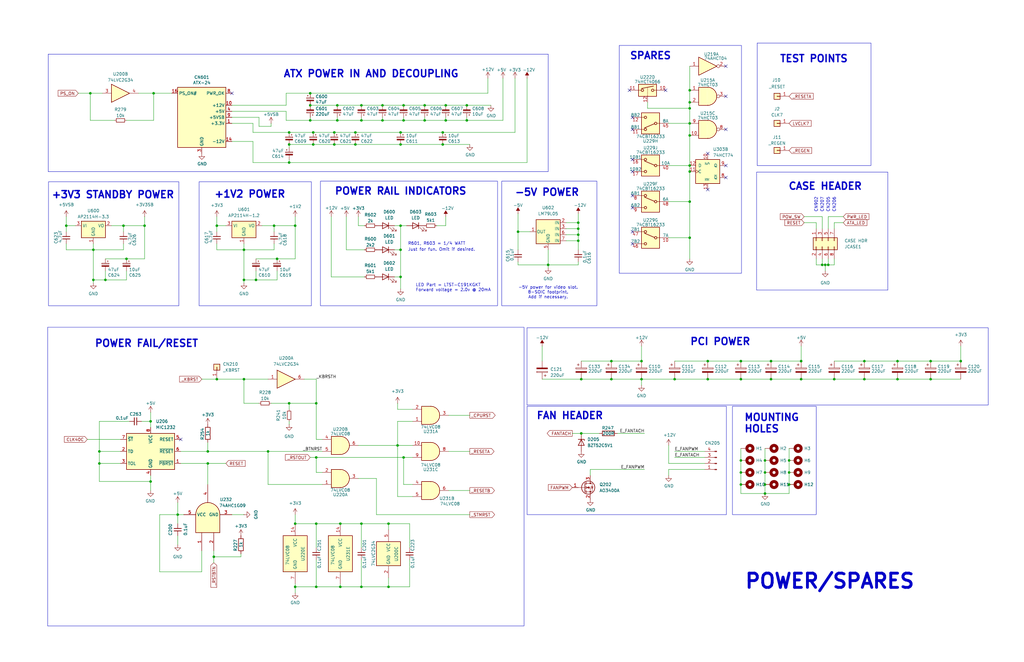
<source format=kicad_sch>
(kicad_sch (version 20231120) (generator "eeschema") (generator_version "8.0")
  (paper "B")
  (title_block (title "AMIGA PCI") (date "2025-05-24") (rev "6.0"))
  (junction (at 290.83 38.1))
  (junction (at 187.96 50.8))
  (junction (at 290.83 57.15))
  (junction (at 349.25 111.76))
  (junction (at 243.84 101.6))
  (junction (at 121.92 170.18))
  (junction (at 243.84 96.52))
  (junction (at 290.83 69.85))
  (junction (at 322.58 208.28))
  (junction (at 133.35 170.18))
  (junction (at 87.63 195.58))
  (junction (at 270.51 152.4))
  (junction (at 140.97 55.88))
  (junction (at 170.18 193.04))
  (junction (at 298.45 152.4))
  (junction (at 44.45 118.11))
  (junction (at 167.64 187.96))
  (junction (at 298.45 160.02))
  (junction (at 142.24 50.8))
  (junction (at 41.91 190.5))
  (junction (at 41.91 195.58))
  (junction (at 63.5 203.2))
  (junction (at 87.63 190.5))
  (junction (at 168.91 60.96))
  (junction (at 102.87 105.41))
  (junction (at 257.81 160.02))
  (junction (at 39.37 105.41))
  (junction (at 130.81 50.8))
  (junction (at 140.97 60.96))
  (junction (at 312.42 194.31))
  (junction (at 290.83 52.07))
  (junction (at 270.51 160.02))
  (junction (at 245.11 182.88))
  (junction (at 168.91 95.25))
  (junction (at 142.24 44.45))
  (junction (at 152.4 50.8))
  (junction (at 161.29 44.45))
  (junction (at 392.43 152.4))
  (junction (at 290.83 43.18))
  (junction (at 170.18 44.45))
  (junction (at 332.74 199.39))
  (junction (at 124.46 95.25))
  (junction (at 168.91 105.41))
  (junction (at 312.42 160.02))
  (junction (at 187.96 44.45))
  (junction (at 39.37 118.11))
  (junction (at 143.51 220.98))
  (junction (at 152.4 44.45))
  (junction (at 243.84 99.06))
  (junction (at 322.58 204.47))
  (junction (at 130.81 39.37))
  (junction (at 218.44 97.79))
  (junction (at 312.42 152.4))
  (junction (at 168.91 116.84))
  (junction (at 196.85 44.45))
  (junction (at 186.69 60.96))
  (junction (at 116.84 109.22))
  (junction (at 124.46 220.98))
  (junction (at 186.69 55.88))
  (junction (at 113.03 190.5))
  (junction (at 364.49 152.4))
  (junction (at 346.71 111.76))
  (junction (at 133.35 193.04))
  (junction (at 351.79 160.02))
  (junction (at 332.74 194.31))
  (junction (at 63.5 177.8))
  (junction (at 170.18 50.8))
  (junction (at 325.12 152.4))
  (junction (at 53.34 109.22))
  (junction (at 132.08 60.96))
  (junction (at 132.08 55.88))
  (junction (at 290.83 72.39))
  (junction (at 179.07 50.8))
  (junction (at 38.1 39.37))
  (junction (at 121.92 68.58))
  (junction (at 378.46 160.02))
  (junction (at 91.44 95.25))
  (junction (at 133.35 220.98))
  (junction (at 163.83 220.98))
  (junction (at 179.07 44.45))
  (junction (at 102.87 118.11))
  (junction (at 115.57 95.25))
  (junction (at 130.81 44.45))
  (junction (at 121.92 60.96))
  (junction (at 378.46 152.4))
  (junction (at 121.92 55.88))
  (junction (at 143.51 247.65))
  (junction (at 245.11 160.02))
  (junction (at 149.86 60.96))
  (junction (at 290.83 45.72))
  (junction (at 64.77 39.37))
  (junction (at 27.94 95.25))
  (junction (at 52.07 95.25))
  (junction (at 332.74 204.47))
  (junction (at 149.86 55.88))
  (junction (at 133.35 247.65))
  (junction (at 168.91 55.88))
  (junction (at 347.98 111.76))
  (junction (at 337.82 160.02))
  (junction (at 337.82 152.4))
  (junction (at 163.83 247.65))
  (junction (at 196.85 50.8))
  (junction (at 124.46 247.65))
  (junction (at 312.42 199.39))
  (junction (at 152.4 247.65))
  (junction (at 312.42 204.47))
  (junction (at 90.17 234.95))
  (junction (at 405.13 152.4))
  (junction (at 60.96 95.25))
  (junction (at 322.58 194.31))
  (junction (at 284.48 160.02))
  (junction (at 290.83 85.09))
  (junction (at 364.49 160.02))
  (junction (at 152.4 220.98))
  (junction (at 74.93 217.17))
  (junction (at 231.14 111.76))
  (junction (at 325.12 160.02))
  (junction (at 290.83 100.33))
  (junction (at 392.43 160.02))
  (junction (at 91.44 160.02))
  (junction (at 102.87 160.02))
  (junction (at 107.95 118.11))
  (junction (at 243.84 93.98))
  (junction (at 257.81 152.4))
  (junction (at 161.29 50.8))
  (junction (at 322.58 199.39))
  (no_connect (at 280.67 38.1))
  (no_connect (at 266.7 54.61))
  (no_connect (at 266.7 49.53))
  (no_connect (at 306.07 54.61))
  (no_connect (at 266.7 87.63))
  (no_connect (at 266.7 97.79))
  (no_connect (at 298.45 64.77))
  (no_connect (at 306.07 40.64))
  (no_connect (at 76.2 185.42))
  (no_connect (at 266.7 82.55))
  (no_connect (at 298.45 80.01))
  (no_connect (at 306.07 69.85))
  (no_connect (at 306.07 74.93))
  (no_connect (at 266.7 72.39))
  (no_connect (at 266.7 67.31))
  (no_connect (at 97.79 39.37))
  (no_connect (at 306.07 27.94))
  (no_connect (at 265.43 38.1))
  (no_connect (at 266.7 102.87))
  (wire (pts (xy 142.24 50.8) (xy 152.4 50.8)))
  (wire (pts (xy 102.87 118.11) (xy 107.95 118.11)))
  (wire (pts (xy 281.94 200.66) (xy 281.94 198.12)))
  (wire (pts (xy 167.64 187.96) (xy 167.64 209.55)))
  (wire (pts (xy 163.83 220.98) (xy 172.72 220.98)))
  (wire (pts (xy 27.94 102.87) (xy 27.94 105.41)))
  (wire (pts (xy 63.5 173.99) (xy 63.5 177.8)))
  (wire (pts (xy 74.93 217.17) (xy 77.47 217.17)))
  (wire (pts (xy 172.72 236.22) (xy 172.72 247.65)))
  (wire (pts (xy 115.57 105.41) (xy 102.87 105.41)))
  (wire (pts (xy 284.48 193.04) (xy 297.18 193.04)))
  (wire (pts (xy 179.07 44.45) (xy 187.96 44.45)))
  (wire (pts (xy 312.42 160.02) (xy 298.45 160.02)))
  (wire (pts (xy 284.48 190.5) (xy 297.18 190.5)))
  (wire (pts (xy 152.4 247.65) (xy 163.83 247.65)))
  (wire (pts (xy 325.12 160.02) (xy 312.42 160.02)))
  (wire (pts (xy 116.84 109.22) (xy 124.46 109.22)))
  (wire (pts (xy 38.1 39.37) (xy 43.18 39.37)))
  (wire (pts (xy 161.29 50.8) (xy 170.18 50.8)))
  (wire (pts (xy 151.13 91.44) (xy 151.13 95.25)))
  (wire (pts (xy 205.74 39.37) (xy 205.74 33.02)))
  (polyline (pts (xy 20.32 72.39) (xy 231.14 72.39)))
  (wire (pts (xy 351.79 152.4) (xy 364.49 152.4)))
  (wire (pts (xy 102.87 102.87) (xy 102.87 105.41)))
  (wire (pts (xy 168.91 116.84) (xy 168.91 121.92)))
  (wire (pts (xy 170.18 49.53) (xy 170.18 50.8)))
  (wire (pts (xy 130.81 44.45) (xy 142.24 44.45)))
  (wire (pts (xy 106.68 55.88) (xy 121.92 55.88)))
  (wire (pts (xy 133.35 220.98) (xy 133.35 231.14)))
  (wire (pts (xy 140.97 55.88) (xy 149.86 55.88)))
  (wire (pts (xy 273.05 45.72) (xy 290.83 45.72)))
  (wire (pts (xy 115.57 97.79) (xy 115.57 95.25)))
  (wire (pts (xy 121.92 68.58) (xy 106.68 68.58)))
  (wire (pts (xy 85.09 160.02) (xy 91.44 160.02)))
  (wire (pts (xy 58.42 39.37) (xy 64.77 39.37)))
  (wire (pts (xy 186.69 60.96) (xy 198.12 60.96)))
  (wire (pts (xy 337.82 146.05) (xy 337.82 152.4)))
  (wire (pts (xy 63.5 203.2) (xy 63.5 207.01)))
  (wire (pts (xy 135.89 199.39) (xy 133.35 199.39)))
  (wire (pts (xy 97.79 46.99) (xy 120.65 46.99)))
  (wire (pts (xy 270.51 160.02) (xy 270.51 162.56)))
  (wire (pts (xy 163.83 220.98) (xy 152.4 220.98)))
  (wire (pts (xy 290.83 27.94) (xy 290.83 38.1)))
  (wire (pts (xy 346.71 109.22) (xy 346.71 111.76)))
  (wire (pts (xy 152.4 220.98) (xy 152.4 231.14)))
  (wire (pts (xy 124.46 95.25) (xy 115.57 95.25)))
  (wire (pts (xy 312.42 194.31) (xy 312.42 189.23)))
  (wire (pts (xy 312.42 152.4) (xy 325.12 152.4)))
  (wire (pts (xy 351.79 93.98) (xy 355.6 93.98)))
  (wire (pts (xy 124.46 217.17) (xy 124.46 220.98)))
  (wire (pts (xy 196.85 44.45) (xy 207.01 44.45)))
  (wire (pts (xy 170.18 204.47) (xy 170.18 193.04)))
  (wire (pts (xy 101.6 234.95) (xy 90.17 234.95)))
  (wire (pts (xy 120.65 44.45) (xy 120.65 39.37)))
  (wire (pts (xy 53.34 109.22) (xy 60.96 109.22)))
  (wire (pts (xy 39.37 105.41) (xy 39.37 118.11)))
  (wire (pts (xy 153.67 105.41) (xy 146.05 105.41)))
  (wire (pts (xy 124.46 220.98) (xy 133.35 220.98)))
  (wire (pts (xy 102.87 160.02) (xy 113.03 160.02)))
  (wire (pts (xy 133.35 160.02) (xy 133.35 170.18)))
  (wire (pts (xy 158.75 217.17) (xy 158.75 201.93)))
  (wire (pts (xy 121.92 170.18) (xy 121.92 172.72)))
  (wire (pts (xy 151.13 187.96) (xy 167.64 187.96)))
  (wire (pts (xy 76.2 190.5) (xy 87.63 190.5)))
  (wire (pts (xy 186.69 55.88) (xy 217.17 55.88)))
  (wire (pts (xy 91.44 91.44) (xy 91.44 95.25)))
  (wire (pts (xy 27.94 105.41) (xy 39.37 105.41)))
  (wire (pts (xy 133.35 170.18) (xy 133.35 185.42)))
  (wire (pts (xy 161.29 44.45) (xy 170.18 44.45)))
  (wire (pts (xy 290.83 45.72) (xy 290.83 52.07)))
  (wire (pts (xy 344.17 109.22) (xy 344.17 111.76)))
  (wire (pts (xy 392.43 160.02) (xy 405.13 160.02)))
  (wire (pts (xy 121.92 179.07) (xy 121.92 177.8)))
  (wire (pts (xy 187.96 91.44) (xy 187.96 95.25)))
  (wire (pts (xy 238.76 96.52) (xy 243.84 96.52)))
  (wire (pts (xy 332.74 204.47) (xy 332.74 208.28)))
  (wire (pts (xy 60.96 95.25) (xy 52.07 95.25)))
  (wire (pts (xy 113.03 204.47) (xy 113.03 190.5)))
  (wire (pts (xy 231.14 111.76) (xy 243.84 111.76)))
  (wire (pts (xy 248.92 200.66) (xy 248.92 198.12)))
  (wire (pts (xy 50.8 190.5) (xy 41.91 190.5)))
  (wire (pts (xy 312.42 199.39) (xy 312.42 194.31)))
  (wire (pts (xy 41.91 190.5) (xy 41.91 195.58)))
  (wire (pts (xy 179.07 49.53) (xy 179.07 50.8)))
  (wire (pts (xy 152.4 50.8) (xy 161.29 50.8)))
  (wire (pts (xy 87.63 186.69) (xy 87.63 190.5)))
  (wire (pts (xy 53.34 114.3) (xy 53.34 118.11)))
  (wire (pts (xy 27.94 97.79) (xy 27.94 95.25)))
  (wire (pts (xy 114.3 53.34) (xy 114.3 52.07)))
  (wire (pts (xy 322.58 194.31) (xy 322.58 199.39)))
  (wire (pts (xy 27.94 91.44) (xy 27.94 95.25)))
  (wire (pts (xy 74.93 212.09) (xy 74.93 217.17)))
  (wire (pts (xy 344.17 96.52) (xy 344.17 93.98)))
  (wire (pts (xy 107.95 109.22) (xy 116.84 109.22)))
  (wire (pts (xy 270.51 146.05) (xy 270.51 152.4)))
  (wire (pts (xy 74.93 220.98) (xy 74.93 217.17)))
  (wire (pts (xy 346.71 96.52) (xy 346.71 91.44)))
  (polyline (pts (xy 20.32 22.86) (xy 20.32 72.39)))
  (wire (pts (xy 133.35 199.39) (xy 133.35 193.04)))
  (wire (pts (xy 167.64 177.8) (xy 173.99 177.8)))
  (wire (pts (xy 351.79 109.22) (xy 351.79 111.76)))
  (wire (pts (xy 222.25 33.02) (xy 222.25 68.58)))
  (wire (pts (xy 74.93 229.87) (xy 74.93 226.06)))
  (wire (pts (xy 97.79 49.53) (xy 109.22 49.53)))
  (wire (pts (xy 238.76 93.98) (xy 243.84 93.98)))
  (wire (pts (xy 161.29 49.53) (xy 161.29 50.8)))
  (wire (pts (xy 63.5 203.2) (xy 63.5 200.66)))
  (wire (pts (xy 121.92 60.96) (xy 132.08 60.96)))
  (wire (pts (xy 281.94 52.07) (xy 290.83 52.07)))
  (wire (pts (xy 173.99 172.72) (xy 167.64 172.72)))
  (wire (pts (xy 281.94 69.85) (xy 290.83 69.85)))
  (wire (pts (xy 107.95 114.3) (xy 107.95 118.11)))
  (wire (pts (xy 130.81 193.04) (xy 133.35 193.04)))
  (wire (pts (xy 41.91 177.8) (xy 41.91 190.5)))
  (wire (pts (xy 166.37 105.41) (xy 168.91 105.41)))
  (wire (pts (xy 364.49 160.02) (xy 378.46 160.02)))
  (wire (pts (xy 67.31 217.17) (xy 74.93 217.17)))
  (wire (pts (xy 187.96 50.8) (xy 196.85 50.8)))
  (wire (pts (xy 187.96 49.53) (xy 187.96 50.8)))
  (wire (pts (xy 257.81 152.4) (xy 270.51 152.4)))
  (wire (pts (xy 63.5 180.34) (xy 63.5 177.8)))
  (wire (pts (xy 158.75 201.93) (xy 151.13 201.93)))
  (wire (pts (xy 378.46 160.02) (xy 392.43 160.02)))
  (wire (pts (xy 121.92 170.18) (xy 133.35 170.18)))
  (wire (pts (xy 163.83 247.65) (xy 172.72 247.65)))
  (wire (pts (xy 284.48 152.4) (xy 298.45 152.4)))
  (wire (pts (xy 281.94 100.33) (xy 290.83 100.33)))
  (wire (pts (xy 166.37 95.25) (xy 168.91 95.25)))
  (wire (pts (xy 243.84 111.76) (xy 243.84 110.49)))
  (wire (pts (xy 130.81 49.53) (xy 130.81 50.8)))
  (wire (pts (xy 152.4 44.45) (xy 161.29 44.45)))
  (wire (pts (xy 163.83 247.65) (xy 163.83 243.84)))
  (wire (pts (xy 378.46 152.4) (xy 392.43 152.4)))
  (polyline (pts (xy 20.32 22.86) (xy 231.14 22.86)))
  (wire (pts (xy 167.64 170.18) (xy 167.64 172.72)))
  (wire (pts (xy 149.86 55.88) (xy 168.91 55.88)))
  (wire (pts (xy 102.87 105.41) (xy 102.87 118.11)))
  (wire (pts (xy 128.27 160.02) (xy 133.35 160.02)))
  (wire (pts (xy 107.95 118.11) (xy 116.84 118.11)))
  (wire (pts (xy 173.99 204.47) (xy 170.18 204.47)))
  (wire (pts (xy 284.48 160.02) (xy 270.51 160.02)))
  (wire (pts (xy 349.25 96.52) (xy 349.25 91.44)))
  (wire (pts (xy 231.14 113.03) (xy 231.14 111.76)))
  (wire (pts (xy 281.94 198.12) (xy 297.18 198.12)))
  (wire (pts (xy 152.4 49.53) (xy 152.4 50.8)))
  (wire (pts (xy 48.26 50.8) (xy 38.1 50.8)))
  (wire (pts (xy 97.79 217.17) (xy 102.87 217.17)))
  (wire (pts (xy 106.68 59.69) (xy 106.68 68.58)))
  (wire (pts (xy 238.76 101.6) (xy 243.84 101.6)))
  (wire (pts (xy 312.42 204.47) (xy 312.42 208.28)))
  (wire (pts (xy 218.44 111.76) (xy 231.14 111.76)))
  (wire (pts (xy 130.81 50.8) (xy 142.24 50.8)))
  (wire (pts (xy 133.35 236.22) (xy 133.35 247.65)))
  (wire (pts (xy 130.81 39.37) (xy 205.74 39.37)))
  (wire (pts (xy 101.6 233.68) (xy 101.6 234.95)))
  (wire (pts (xy 290.83 57.15) (xy 290.83 69.85)))
  (wire (pts (xy 332.74 194.31) (xy 332.74 199.39)))
  (wire (pts (xy 64.77 39.37) (xy 72.39 39.37)))
  (wire (pts (xy 63.5 177.8) (xy 59.69 177.8)))
  (wire (pts (xy 153.67 116.84) (xy 139.7 116.84)))
  (wire (pts (xy 132.08 60.96) (xy 140.97 60.96)))
  (wire (pts (xy 140.97 60.96) (xy 149.86 60.96)))
  (wire (pts (xy 97.79 59.69) (xy 106.68 59.69)))
  (wire (pts (xy 91.44 160.02) (xy 102.87 160.02)))
  (wire (pts (xy 392.43 152.4) (xy 405.13 152.4)))
  (wire (pts (xy 243.84 93.98) (xy 243.84 96.52)))
  (wire (pts (xy 36.83 185.42) (xy 50.8 185.42)))
  (wire (pts (xy 189.23 175.26) (xy 198.12 175.26)))
  (wire (pts (xy 218.44 105.41) (xy 218.44 97.79)))
  (wire (pts (xy 44.45 114.3) (xy 44.45 118.11)))
  (wire (pts (xy 349.25 91.44) (xy 355.6 91.44)))
  (wire (pts (xy 52.07 95.25) (xy 46.99 95.25)))
  (wire (pts (xy 349.25 111.76) (xy 347.98 111.76)))
  (wire (pts (xy 212.09 33.02) (xy 212.09 50.8)))
  (wire (pts (xy 41.91 195.58) (xy 41.91 203.2)))
  (wire (pts (xy 39.37 118.11) (xy 44.45 118.11)))
  (wire (pts (xy 85.09 232.41) (xy 85.09 241.3)))
  (wire (pts (xy 248.92 198.12) (xy 271.78 198.12)))
  (wire (pts (xy 91.44 97.79) (xy 91.44 95.25)))
  (wire (pts (xy 218.44 97.79) (xy 223.52 97.79)))
  (wire (pts (xy 217.17 33.02) (xy 217.17 55.88)))
  (wire (pts (xy 76.2 195.58) (xy 87.63 195.58)))
  (wire (pts (xy 184.15 95.25) (xy 187.96 95.25)))
  (wire (pts (xy 187.96 44.45) (xy 196.85 44.45)))
  (wire (pts (xy 170.18 50.8) (xy 179.07 50.8)))
  (wire (pts (xy 196.85 49.53) (xy 196.85 50.8)))
  (wire (pts (xy 290.83 85.09) (xy 290.83 100.33)))
  (wire (pts (xy 339.09 91.44) (xy 346.71 91.44)))
  (wire (pts (xy 281.94 195.58) (xy 297.18 195.58)))
  (wire (pts (xy 85.09 241.3) (xy 67.31 241.3)))
  (wire (pts (xy 351.79 96.52) (xy 351.79 93.98)))
  (wire (pts (xy 135.89 204.47) (xy 113.03 204.47)))
  (wire (pts (xy 143.51 247.65) (xy 152.4 247.65)))
  (wire (pts (xy 163.83 223.52) (xy 163.83 220.98)))
  (wire (pts (xy 168.91 60.96) (xy 186.69 60.96)))
  (wire (pts (xy 114.3 170.18) (xy 121.92 170.18)))
  (polyline (pts (xy 231.14 72.39) (xy 231.14 22.86)))
  (wire (pts (xy 349.25 109.22) (xy 349.25 111.76)))
  (wire (pts (xy 97.79 52.07) (xy 106.68 52.07)))
  (wire (pts (xy 116.84 114.3) (xy 116.84 118.11)))
  (wire (pts (xy 298.45 160.02) (xy 284.48 160.02)))
  (wire (pts (xy 245.11 160.02) (xy 257.81 160.02)))
  (wire (pts (xy 41.91 195.58) (xy 50.8 195.58)))
  (wire (pts (xy 91.44 102.87) (xy 91.44 105.41)))
  (wire (pts (xy 139.7 91.44) (xy 139.7 116.84)))
  (wire (pts (xy 124.46 250.19) (xy 124.46 247.65)))
  (wire (pts (xy 149.86 60.96) (xy 168.91 60.96)))
  (wire (pts (xy 312.42 208.28) (xy 322.58 208.28)))
  (wire (pts (xy 52.07 105.41) (xy 39.37 105.41)))
  (wire (pts (xy 168.91 55.88) (xy 186.69 55.88)))
  (wire (pts (xy 337.82 160.02) (xy 351.79 160.02)))
  (wire (pts (xy 170.18 193.04) (xy 173.99 193.04)))
  (wire (pts (xy 120.65 46.99) (xy 120.65 50.8)))
  (wire (pts (xy 281.94 85.09) (xy 290.83 85.09)))
  (wire (pts (xy 260.35 182.88) (xy 271.78 182.88)))
  (wire (pts (xy 228.6 160.02) (xy 245.11 160.02)))
  (wire (pts (xy 168.91 95.25) (xy 168.91 105.41)))
  (wire (pts (xy 39.37 102.87) (xy 39.37 105.41)))
  (wire (pts (xy 53.34 50.8) (xy 64.77 50.8)))
  (wire (pts (xy 102.87 119.38) (xy 102.87 118.11)))
  (wire (pts (xy 290.83 43.18) (xy 290.83 45.72)))
  (wire (pts (xy 113.03 190.5) (xy 135.89 190.5)))
  (wire (pts (xy 168.91 95.25) (xy 171.45 95.25)))
  (wire (pts (xy 243.84 90.17) (xy 243.84 93.98)))
  (wire (pts (xy 231.14 105.41) (xy 231.14 111.76)))
  (wire (pts (xy 405.13 146.05) (xy 405.13 152.4)))
  (wire (pts (xy 120.65 50.8) (xy 130.81 50.8)))
  (wire (pts (xy 91.44 105.41) (xy 102.87 105.41)))
  (wire (pts (xy 243.84 101.6) (xy 243.84 105.41)))
  (wire (pts (xy 238.76 99.06) (xy 243.84 99.06)))
  (wire (pts (xy 245.11 182.88) (xy 252.73 182.88)))
  (wire (pts (xy 133.35 220.98) (xy 143.51 220.98)))
  (wire (pts (xy 67.31 241.3) (xy 67.31 217.17)))
  (wire (pts (xy 152.4 236.22) (xy 152.4 247.65)))
  (wire (pts (xy 64.77 50.8) (xy 64.77 39.37)))
  (wire (pts (xy 132.08 55.88) (xy 140.97 55.88)))
  (wire (pts (xy 41.91 203.2) (xy 63.5 203.2)))
  (wire (pts (xy 325.12 160.02) (xy 337.82 160.02)))
  (wire (pts (xy 114.3 53.34) (xy 109.22 53.34)))
  (wire (pts (xy 198.12 217.17) (xy 158.75 217.17)))
  (wire (pts (xy 167.64 209.55) (xy 173.99 209.55)))
  (wire (pts (xy 322.58 204.47) (xy 322.58 208.28)))
  (wire (pts (xy 52.07 102.87) (xy 52.07 105.41)))
  (wire (pts (xy 121.92 62.23) (xy 121.92 60.96)))
  (wire (pts (xy 243.84 99.06) (xy 243.84 101.6)))
  (wire (pts (xy 170.18 44.45) (xy 179.07 44.45)))
  (wire (pts (xy 102.87 170.18) (xy 102.87 160.02)))
  (wire (pts (xy 290.83 69.85) (xy 290.83 72.39)))
  (wire (pts (xy 87.63 190.5) (xy 113.03 190.5)))
  (wire (pts (xy 332.74 189.23) (xy 332.74 194.31)))
  (wire (pts (xy 115.57 95.25) (xy 110.49 95.25)))
  (wire (pts (xy 121.92 68.58) (xy 121.92 67.31)))
  (wire (pts (xy 325.12 152.4) (xy 337.82 152.4)))
  (wire (pts (xy 38.1 50.8) (xy 38.1 39.37)))
  (wire (pts (xy 124.46 91.44) (xy 124.46 95.25)))
  (wire (pts (xy 121.92 55.88) (xy 132.08 55.88)))
  (wire (pts (xy 298.45 152.4) (xy 312.42 152.4)))
  (wire (pts (xy 245.11 152.4) (xy 257.81 152.4)))
  (wire (pts (xy 243.84 96.52) (xy 243.84 99.06)))
  (wire (pts (xy 312.42 199.39) (xy 312.42 204.47)))
  (wire (pts (xy 228.6 146.05) (xy 228.6 152.4)))
  (wire (pts (xy 109.22 170.18) (xy 102.87 170.18)))
  (wire (pts (xy 168.91 105.41) (xy 168.91 116.84)))
  (wire (pts (xy 218.44 110.49) (xy 218.44 111.76)))
  (wire (pts (xy 179.07 50.8) (xy 187.96 50.8)))
  (wire (pts (xy 91.44 95.25) (xy 95.25 95.25)))
  (wire (pts (xy 322.58 199.39) (xy 322.58 204.47)))
  (wire (pts (xy 172.72 220.98) (xy 172.72 231.14)))
  (wire (pts (xy 241.3 182.88) (xy 245.11 182.88)))
  (wire (pts (xy 33.02 39.37) (xy 38.1 39.37)))
  (wire (pts (xy 189.23 190.5) (xy 198.12 190.5)))
  (wire (pts (xy 146.05 91.44) (xy 146.05 105.41)))
  (wire (pts (xy 54.61 177.8) (xy 41.91 177.8)))
  (wire (pts (xy 44.45 109.22) (xy 53.34 109.22)))
  (wire (pts (xy 290.83 72.39) (xy 290.83 85.09)))
  (wire (pts (xy 332.74 199.39) (xy 332.74 204.47)))
  (wire (pts (xy 344.17 93.98) (xy 339.09 93.98)))
  (wire (pts (xy 87.63 204.47) (xy 87.63 195.58)))
  (wire (pts (xy 106.68 52.07) (xy 106.68 55.88)))
  (wire (pts (xy 166.37 116.84) (xy 168.91 116.84)))
  (wire (pts (xy 143.51 246.38) (xy 143.51 247.65)))
  (wire (pts (xy 44.45 118.11) (xy 53.34 118.11)))
  (wire (pts (xy 351.79 111.76) (xy 349.25 111.76)))
  (wire (pts (xy 133.35 185.42) (xy 135.89 185.42)))
  (wire (pts (xy 290.83 100.33) (xy 290.83 109.22)))
  (wire (pts (xy 347.98 111.76) (xy 346.71 111.76)))
  (wire (pts (xy 124.46 109.22) (xy 124.46 95.25)))
  (wire (pts (xy 167.64 177.8) (xy 167.64 187.96)))
  (wire (pts (xy 90.17 234.95) (xy 90.17 232.41)))
  (wire (pts (xy 120.65 39.37) (xy 130.81 39.37)))
  (wire (pts (xy 121.92 68.58) (xy 222.25 68.58)))
  (wire (pts (xy 290.83 38.1) (xy 290.83 43.18)))
  (wire (pts (xy 97.79 44.45) (xy 120.65 44.45)))
  (wire (pts (xy 346.71 111.76) (xy 344.17 111.76)))
  (wire (pts (xy 60.96 91.44) (xy 60.96 95.25)))
  (wire (pts (xy 322.58 189.23) (xy 322.58 194.31)))
  (wire (pts (xy 39.37 119.38) (xy 39.37 118.11)))
  (wire (pts (xy 87.63 195.58) (xy 95.25 195.58)))
  (wire (pts (xy 143.51 220.98) (xy 152.4 220.98)))
  (wire (pts (xy 347.98 114.3) (xy 347.98 111.76)))
  (wire (pts (xy 133.35 247.65) (xy 143.51 247.65)))
  (wire (pts (xy 281.94 187.96) (xy 281.94 195.58)))
  (wire (pts (xy 90.17 237.49) (xy 90.17 234.95)))
  (wire (pts (xy 60.96 109.22) (xy 60.96 95.25)))
  (wire (pts (xy 142.24 44.45) (xy 152.4 44.45)))
  (wire (pts (xy 273.05 43.18) (xy 273.05 45.72)))
  (wire (pts (xy 290.83 52.07) (xy 290.83 57.15)))
  (wire (pts (xy 257.81 160.02) (xy 270.51 160.02)))
  (wire (pts (xy 364.49 160.02) (xy 351.79 160.02)))
  (wire (pts (xy 167.64 187.96) (xy 173.99 187.96)))
  (wire (pts (xy 153.67 95.25) (xy 151.13 95.25)))
  (wire (pts (xy 189.23 207.01) (xy 198.12 207.01)))
  (wire (pts (xy 196.85 50.8) (xy 212.09 50.8)))
  (wire (pts (xy 109.22 53.34) (xy 109.22 49.53)))
  (wire (pts (xy 364.49 152.4) (xy 378.46 152.4)))
  (wire (pts (xy 115.57 102.87) (xy 115.57 105.41)))
  (wire (pts (xy 27.94 95.25) (xy 31.75 95.25)))
  (wire (pts (xy 218.44 90.17) (xy 218.44 97.79)))
  (wire (pts (xy 142.24 49.53) (xy 142.24 50.8)))
  (wire (pts (xy 52.07 97.79) (xy 52.07 95.25)))
  (wire (pts (xy 124.46 247.65) (xy 133.35 247.65)))
  (wire (pts (xy 124.46 246.38) (xy 124.46 247.65)))
  (wire (pts (xy 322.58 208.28) (xy 332.74 208.28)))
  (wire (pts (xy 133.35 193.04) (xy 170.18 193.04)))
  (rectangle (start 211.582 76.454) (end 251.714 129.032))
  (rectangle (start 319.278 18.161) (end 367.284 69.85))
  (rectangle (start 261.112 19.177) (end 312.674 115.316))
  (rectangle (start 222.23 138.303) (end 416.687 170.942))
  (rectangle (start 20.447 76.708) (end 75.438 129.032))
  (rectangle (start 83.947 76.708) (end 131.318 129.032))
  (rectangle (start 135.128 76.454) (end 209.804 129.032))
  (rectangle (start 20.084 138.1) (end 220.98 264.16))
  (rectangle (start 308.864 171.45) (end 344.17 217.17))
  (rectangle (start 222.25 171.45) (end 306.324 217.17))
  (rectangle (start 319.024 72.644) (end 374.396 122.428))
  (text "-5V POWER" (at 216.916 83.058 0) (effects (font (size 3 3) (thickness 0.6) (bold yes)) (justify left bottom)))
  (text "FAN HEADER" (at 226.06 177.292 0) (effects (font (size 2.9972 2.9972) (thickness 0.5994) (bold yes)) (justify left bottom)))
  (text "CN902" (at 344.17 86.36 90) (effects (font (size 1.27 1.27))))
  (text "CASE HEADER" (at 347.98 78.74 0) (effects (font (size 3 3) (thickness 0.6) (bold yes))))
  (text "MOUNTING\nHOLES" (at 313.69 182.88 0) (effects (font (size 2.9972 2.9972) (thickness 0.5994) (bold yes)) (justify left bottom)))
  (text "TEST POINTS" (at 328.676 26.67 0) (effects (font (size 2.9972 2.9972) (thickness 0.5994) (bold yes)) (justify left bottom)))
  (text "PCI POWER" (at 290.83 146.05 0) (effects (font (size 3 3) (thickness 0.6) (bold yes)) (justify left bottom)))
  (text "LED Part = LTST-C191KGKT\nForward voltage = 2.0v @ 20mA" (at 175.26 123.19 0) (effects (font (size 1.27 1.27)) (justify left bottom)))
  (text "SPARES" (at 265.43 25.4 0) (effects (font (size 2.9972 2.9972) (thickness 0.5994) (bold yes)) (justify left bottom)))
  (text "CN205" (at 349.25 86.36 90) (effects (font (size 1.27 1.27))))
  (text "+3V3 STANDBY POWER" (at 21.59 84.074 0) (effects (font (size 3 3) (thickness 0.6) (bold yes)) (justify left bottom)))
  (text "ATX POWER IN AND DECOUPLING" (at 119.38 33.02 0) (effects (font (size 3 3) (thickness 0.6) (bold yes)) (justify left bottom)))
  (text "R601, R603 = 1/4 WATT" (at 184.15 102.87 0) (effects (font (size 1.27 1.27))))
  (text "POWER RAIL INDICATORS" (at 140.97 82.55 0) (effects (font (size 3 3) (thickness 0.6) (bold yes)) (justify left bottom)))
  (text "-5V power for video slot.\n8-SOIC footprint.\nAdd if necessary." (at 231.14 123.444 0) (effects (font (size 1.27 1.27))))
  (text "CN206" (at 351.79 86.36 90) (effects (font (size 1.27 1.27))))
  (text "+1V2 POWER" (at 90.17 83.82 0) (effects (font (size 3 3) (thickness 0.6) (bold yes)) (justify left bottom)))
  (text "POWER/SPARES" (at 313.69 248.92 0) (effects (font (size 6 6) (thickness 1.2) (bold yes)) (justify left bottom)))
  (text "CN207" (at 346.71 86.36 90) (effects (font (size 1.27 1.27))))
  (text "POWER FAIL/RESET" (at 83.82 146.812 0) (effects (font (size 2.9972 2.9972) (thickness 0.5994) (bold yes)) (justify right bottom)))
  (text "Just for fun. Omit if desired." (at 186.182 105.41 0) (effects (font (size 1.27 1.27))))
  (label "_BTNRST" (at 135.89 190.5 180))
  (label "_KBRSTH" (at 133.35 160.02 0))
  (label "E_FANPWM" (at 284.48 190.5 0))
  (label "E_FANPWM" (at 271.78 198.12 180))
  (label "E_FANTACH" (at 271.78 182.88 180))
  (label "E_FANTACH" (at 284.48 193.04 0))
  (global_label "POW_SW" (shape input) (at 339.09 91.44 180) (property "Intersheetrefs" "${INTERSHEET_REFS}" (at 328.4244 91.44 0) (effects (justify right))))
  (global_label "FANPWM" (shape input) (at 241.3 205.74 180) (property "Intersheetrefs" "${INTERSHEET_REFS}" (at 230.6343 205.74 0) (effects (justify right))))
  (global_label "_STMRST" (shape output) (at 198.12 217.17 0) (property "Intersheetrefs" "${INTERSHEET_REFS}" (at 209.804 217.17 0) (effects (justify left))))
  (global_label "ATA_LED" (shape input) (at 355.6 93.98 0) (property "Intersheetrefs" "${INTERSHEET_REFS}" (at 366.1447 93.98 0) (effects (justify left))))
  (global_label "_RSTOUT" (shape input) (at 130.81 193.04 180) (property "Intersheetrefs" "${INTERSHEET_REFS}" (at 119.7815 193.04 0) (effects (justify right))))
  (global_label "_RESETB" (shape output) (at 198.12 207.01 0) (property "Intersheetrefs" "${INTERSHEET_REFS}" (at 209.0879 207.01 0) (effects (justify left))))
  (global_label "_RSTBTN" (shape input) (at 90.17 237.49 270) (property "Intersheetrefs" "${INTERSHEET_REFS}" (at 90.17 248.458 90) (effects (justify right))))
  (global_label "RESET" (shape input) (at 339.09 93.98 180) (property "Intersheetrefs" "${INTERSHEET_REFS}" (at 330.3597 93.98 0) (effects (justify right))))
  (global_label "PWR_LED" (shape input) (at 355.6 91.44 0) (property "Intersheetrefs" "${INTERSHEET_REFS}" (at 366.9913 91.44 0) (effects (justify left))))
  (global_label "_REGEN" (shape input) (at 332.74 63.5 0) (property "Intersheetrefs" "${INTERSHEET_REFS}" (at 342.8613 63.5 0) (effects (justify left))))
  (global_label "PS_ON" (shape input) (at 33.02 39.37 180) (property "Intersheetrefs" "${INTERSHEET_REFS}" (at 27.94 36.576 0) (effects (justify right))))
  (global_label "_CPURST" (shape output) (at 198.12 175.26 0) (property "Intersheetrefs" "${INTERSHEET_REFS}" (at 209.3904 175.26 0) (effects (justify left))))
  (global_label "CLK40C" (shape input) (at 36.83 185.42 180) (property "Intersheetrefs" "${INTERSHEET_REFS}" (at 26.5877 185.42 0) (effects (justify right))))
  (global_label "_KBRST" (shape input) (at 85.09 160.02 180) (property "Intersheetrefs" "${INTERSHEET_REFS}" (at 75.1501 160.02 0) (effects (justify right))))
  (global_label "FANTACH" (shape output) (at 241.3 182.88 180) (property "Intersheetrefs" "${INTERSHEET_REFS}" (at 230.1504 182.88 0) (effects (justify right))))
  (global_label "LVCLK7" (shape input) (at 332.74 52.07 0) (property "Intersheetrefs" "${INTERSHEET_REFS}" (at 342.6195 52.07 0) (effects (justify left))))
  (global_label "_RESETA" (shape input) (at 332.74 40.64 0) (property "Intersheetrefs" "${INTERSHEET_REFS}" (at 343.5265 40.64 0) (effects (justify left))))
  (global_label "_RESETA" (shape output) (at 198.12 190.5 0) (property "Intersheetrefs" "${INTERSHEET_REFS}" (at 208.9065 190.5 0) (effects (justify left))))
  (global_label "RESET" (shape input) (at 95.25 195.58 0) (property "Intersheetrefs" "${INTERSHEET_REFS}" (at 103.124 195.58 0) (effects (justify left))))
  (symbol (lib_id "power:-5V") (at 218.44 90.17 0) (unit 1)
    (property "Reference" "#PWR0305" (effects (hide yes)))
    (property "Value" "-5V" (at 218.44 86.614 0))
    (property "Description" "Power symbol creates a global label with name \"-5V\"" (effects (hide yes)))
  )
  (symbol (lib_id "Mechanical:MountingHole_Pad") (at 335.28 189.23 270) (unit 1) (in_bom no)
    (property "Reference" "H3" (at 339.09 189.23 90) (effects (justify left)))
    (property "Value" "MountingHole_Pad" (effects (hide yes)))
    (property "Footprint" "MountingHole:MountingHole_4mm_Pad" (effects (hide yes)))
  )
  (symbol (lib_id "AmigaPCI-Symbols:CP_Small-Device") (at 186.69 58.42 0) (mirror y) (unit 1)
    (property "Reference" "C613" (at 188.9252 59.5884 0) (effects (justify right)))
    (property "Value" "10uF" (at 188.9252 57.277 0) (effects (justify right)))
    (property "Footprint" "Capacitor_THT:CP_Radial_D5.0mm_P2.00mm" (effects (hide yes)))
  )
  (symbol (lib_name "GND_1") (lib_id "power:GND") (at 121.92 179.07 0) (unit 1)
    (property "Reference" "#PWR143" (effects (hide yes)))
    (property "Value" "GND" (at 121.92 184.15 0))
    (property "Description" "Power symbol creates a global label with name \"GND\" , ground" (effects (hide yes)))
  )
  (symbol (lib_id "power:-12V") (at 243.84 90.17 0) (unit 1)
    (property "Reference" "#PWR0339" (effects (hide yes)))
    (property "Value" "-12V" (at 244.602 86.614 0))
  )
  (symbol (lib_name "+5V_1") (lib_id "power:+5V") (at 74.93 212.09 0) (unit 1)
    (property "Reference" "#PWR0235" (effects (hide yes)))
    (property "Value" "+5V" (at 74.93 208.28 0))
    (property "Description" "Power symbol creates a global label with name \"+5V\"" (effects (hide yes)))
  )
  (symbol (lib_id "power:-12V") (at 228.6 146.05 0) (unit 1)
    (property "Reference" "#PWR0101" (effects (hide yes)))
    (property "Value" "-12V" (at 228.6 142.4742 0))
  )
  (symbol (lib_id "Analog_Switch:CD4066BE") (at 273.05 38.1 0) (unit 4)
    (property "Reference" "U222" (at 273.05 32.5501 0))
    (property "Value" "74HCT4066" (at 273.05 34.4711 0))
    (property "Footprint" "Package_SO:TSSOP-14_4.4x5mm_P0.65mm" (effects (hide yes)))
    (property "Datasheet" "https://www.ti.com/lit/ds/symlink/cd4066b.pdf" (effects (hide yes)))
  )
  (symbol (lib_id "power:+5V") (at 212.09 33.02 0) (unit 1)
    (property "Reference" "#PWR0172" (effects (hide yes)))
    (property "Value" "+5V" (at 211.455 29.464 0))
  )
  (symbol (lib_id "74xx:74HC74") (at 298.45 72.39 0) (unit 2)
    (property "Reference" "U303" (at 300.6441 62.992 0) (effects (justify left)))
    (property "Value" "74HCT74" (at 300.6441 65.532 0) (effects (justify left)))
    (property "Footprint" "Package_SO:TSSOP-14_4.4x5mm_P0.65mm" (effects (hide yes)))
  )
  (symbol (lib_id "power:GND") (at 85.09 64.77 0) (unit 1)
    (property "Reference" "#PWR0166" (effects (hide yes)))
    (property "Value" "GND" (at 85.217 69.1642 0))
  )
  (symbol (lib_id "Device:LED") (at 162.56 95.25 0) (mirror y) (unit 1)
    (property "Reference" "D600" (at 164.1475 89.408 0))
    (property "Value" "LED" (at 164.1475 91.948 0))
    (property "Footprint" "LED_SMD:LED_0603_1608Metric" (effects (hide yes)))
  )
  (symbol (lib_id "Device:R") (at 101.6 229.87 0) (mirror x) (unit 1)
    (property "Reference" "R227" (at 99.314 227.584 90) (effects (justify left)))
    (property "Value" "1k" (at 101.6 228.6 90) (effects (justify left)))
    (property "Footprint" "Resistor_SMD:R_0603_1608Metric" (effects (hide yes)))
  )
  (symbol (lib_id "Device:C_Polarized") (at 325.12 156.21 0) (unit 1)
    (property "Reference" "C114" (at 328.041 154.6773 0) (effects (justify left)))
    (property "Value" "220uF" (at 328.041 156.5983 0) (effects (justify left)))
    (property "Footprint" "Capacitor_THT:CP_Radial_D6.3mm_P2.50mm" (effects (hide yes)))
  )
  (symbol (lib_name "+3V3_1") (lib_id "power:+3V3") (at 101.6 226.06 0) (unit 1)
    (property "Reference" "#PWR199" (effects (hide yes)))
    (property "Value" "+3V3" (at 101.6 221.996 0))
    (property "Description" "Power symbol creates a global label with name \"+3V3\"" (effects (hide yes)))
  )
  (symbol (lib_id "AmigaPCI-Symbols:CP_Small-Device") (at 161.29 46.99 180) (unit 1)
    (property "Reference" "C604" (at 163.5252 45.8216 0) (effects (justify right)))
    (property "Value" "47uF" (at 163.5252 48.133 0) (effects (justify right)))
    (property "Footprint" "Capacitor_THT:CP_Radial_D5.0mm_P2.00mm" (effects (hide yes)))
  )
  (symbol (lib_id "power:GND") (at 102.87 119.38 0) (unit 1)
    (property "Reference" "#PWR0248" (effects (hide yes)))
    (property "Value" "GND" (at 102.87 123.952 0))
  )
  (symbol (lib_id "Transistor_FET:AO3400A") (at 246.38 205.74 0) (unit 1)
    (property "Reference" "Q202" (at 252.73 204.4699 0) (effects (justify left)))
    (property "Value" "AO3400A" (at 252.73 207.0099 0) (effects (justify left)))
    (property "Footprint" "Package_TO_SOT_SMD:SOT-23" (effects (hide yes)))
    (property "Datasheet" "http://www.aosmd.com/pdfs/datasheet/AO3400A.pdf" (effects (hide yes)))
    (property "Description" "30V Vds, 5.7A Id, N-Channel MOSFET, SOT-23" (effects (hide yes)))
  )
  (symbol (lib_id "74xx:74LS08") (at 143.51 233.68 0) (unit 5)
    (property "Reference" "U231" (at 146.812 236.855 90) (effects (justify left)))
    (property "Value" "74LVC08" (at 140.335 238.506 90) (effects (justify left)))
    (property "Footprint" "Package_SO:TSSOP-14_4.4x5mm_P0.65mm" (effects (hide yes)))
    (property "Datasheet" "http://www.ti.com/lit/gpn/sn74LS08" (effects (hide yes)))
  )
  (symbol (lib_id "Mechanical:MountingHole_Pad") (at 325.12 194.31 270) (unit 1) (in_bom no)
    (property "Reference" "H5" (at 328.93 194.31 90) (effects (justify left)))
    (property "Value" "MountingHole_Pad" (effects (hide yes)))
    (property "Footprint" "MountingHole:MountingHole_4mm_Pad" (effects (hide yes)))
  )
  (symbol (lib_id "power:GND") (at 207.01 44.45 0) (unit 1)
    (property "Reference" "#PWR0170" (effects (hide yes)))
    (property "Value" "GND" (at 207.137 48.8442 0))
  )
  (symbol (lib_id "AmigaPCI-Symbols:ATX-24-Amiga") (at 85.09 49.53 0) (unit 1)
    (property "Reference" "CN601" (at 85.09 32.5882 0))
    (property "Value" "ATX-24" (at 85.09 34.8996 0))
    (property "Footprint" "Connector_Molex:Molex_Mini-Fit_Jr_5566-24A_2x12_P4.20mm_Vertical" (effects (hide yes)))
    (property "Datasheet" "https://www.intel.com/content/dam/www/public/us/en/documents/guides/power-supply-design-guide-june.pdf#page=33" (effects (hide yes)))
    (property "Part" "39281243" (effects (hide yes)))
  )
  (symbol (lib_id "power:-12V") (at 222.25 33.02 0) (unit 1)
    (property "Reference" "#PWR0167" (effects (hide yes)))
    (property "Value" "-12V" (at 223.012 29.464 0))
  )
  (symbol (lib_id "Connector_Generic:Conn_01x01") (at 327.66 63.5 180) (unit 1)
    (property "Reference" "J11" (at 327.66 57.912 0))
    (property "Value" "_REGEN" (at 327.66 60.452 0))
    (property "Footprint" "Connector_PinHeader_2.54mm:PinHeader_1x01_P2.54mm_Vertical" (effects (hide yes)))
  )
  (symbol (lib_id "Device:C_Small") (at 133.35 233.68 0) (unit 1)
    (property "Reference" "C251" (at 134.62 232.664 90) (effects (justify left)))
    (property "Value" "0.1uF" (at 134.62 239.903 90) (effects (justify left)))
    (property "Footprint" "Capacitor_SMD:C_0603_1608Metric" (effects (hide yes)))
  )
  (symbol (lib_id "AmigaPCI-Symbols:74CBT16233") (at 274.32 85.09 0) (mirror y) (unit 6)
    (property "Reference" "U229" (at 274.32 77.6351 0))
    (property "Value" "74CBT16233" (at 274.32 79.5561 0))
    (property "Footprint" "Package_SO:SSOP-56_7.5x18.5mm_P0.635mm" (effects (hide yes)))
    (property "Datasheet" "https://www.ti.com/lit/ds/symlink/sn74cbt16233.pdf?HQS=dis-dk-null-digikeymode-dsf-pf-null-wwe&ts=1686702107606&ref_url=https%253A%252F%252Fwww.ti.com%252Fgeneral%252Fdocs%252Fsuppproductinfo.tsp%253FdistId%253D10%2526gotoUrl%253Dhttps%253A%252F%252Fwww.ti.com%252Flit%252Fgpn%252Fsn74cbt16233" (effects (hide yes)))
    (property "Part Number" "SN74CBT16233DL" (effects (hide yes)))
  )
  (symbol (lib_id "74xGxx:74AHC1G08") (at 87.63 217.17 90) (unit 1)
    (property "Reference" "U232" (at 95.25 210.82 90))
    (property "Value" "74AHC1G09" (at 98.044 213.36 90))
    (property "Footprint" "Package_TO_SOT_SMD:SOT-23-5" (effects (hide yes)))
    (property "Datasheet" "https://assets.nexperia.com/documents/data-sheet/74AHC1G09.pdf" (effects (hide yes)))
    (property "Description" "Single AND Gate, Open Drain, Low-Voltage CMOS" (effects (hide yes)))
  )
  (symbol (lib_id "Mechanical:MountingHole_Pad") (at 335.28 204.47 270) (unit 1) (in_bom no)
    (property "Reference" "H12" (at 339.09 204.47 90) (effects (justify left)))
    (property "Value" "MountingHole_Pad" (effects (hide yes)))
    (property "Footprint" "MountingHole:MountingHole_3.5mm_Pad" (effects (hide yes)))
  )
  (symbol (lib_id "74xx:74LS08") (at 181.61 190.5 0) (mirror x) (unit 3)
    (property "Reference" "U231" (at 181.61 198.12 0))
    (property "Value" "74LVC08" (at 181.61 196.199 0))
    (property "Footprint" "Package_SO:TSSOP-14_4.4x5mm_P0.65mm" (effects (hide yes)))
    (property "Datasheet" "http://www.ti.com/lit/gpn/sn74LS08" (effects (hide yes)))
  )
  (symbol (lib_id "Device:R_Small") (at 156.21 105.41 90) (unit 1)
    (property "Reference" "R600" (at 156.21 100.838 90))
    (property "Value" "2k2" (at 156.21 103.378 90))
    (property "Footprint" "Resistor_SMD:R_0603_1608Metric" (effects (hide yes)))
  )
  (symbol (lib_id "Connector:Conn_01x04_Pin") (at 302.26 195.58 180) (unit 1)
    (property "Reference" "CN205" (at 297.18 186.944 0) (effects (justify right)))
    (property "Value" "Case Fan" (effects (hide yes)))
    (property "Footprint" "Connector:FanPinHeader_1x04_P2.54mm_Vertical" (effects (hide yes)))
    (property "Description" "Generic connector, single row, 01x04, script generated" (effects (hide yes)))
    (property "PartNumber" "Molex 0470531000 or 0470533000" (effects (hide yes)))
  )
  (symbol (lib_id "Mechanical:MountingHole_Pad") (at 335.28 194.31 270) (unit 1) (in_bom no)
    (property "Reference" "H6" (at 339.09 194.31 90) (effects (justify left)))
    (property "Value" "MountingHole_Pad" (effects (hide yes)))
    (property "Footprint" "MountingHole:MountingHole_4mm_Pad" (effects (hide yes)))
  )
  (symbol (lib_id "Device:R_Small") (at 121.92 175.26 180) (unit 1)
    (property "Reference" "R241" (at 117.348 175.26 90))
    (property "Value" "10k" (at 119.888 175.26 90))
    (property "Footprint" "Resistor_SMD:R_0603_1608Metric" (effects (hide yes)))
  )
  (symbol (lib_id "AmigaPCI-Symbols:CP_Small-Device") (at 179.07 46.99 180) (unit 1)
    (property "Reference" "C606" (at 181.3052 45.8216 0) (effects (justify right)))
    (property "Value" "47uF" (at 181.3052 48.133 0) (effects (justify right)))
    (property "Footprint" "Capacitor_THT:CP_Radial_D5.0mm_P2.00mm" (effects (hide yes)))
  )
  (symbol (lib_name "GND_1") (lib_id "power:GND") (at 347.98 114.3 0) (unit 1)
    (property "Reference" "#PWR32" (effects (hide yes)))
    (property "Value" "GND" (at 347.98 119.38 0))
    (property "Description" "Power symbol creates a global label with name \"GND\" , ground" (effects (hide yes)))
  )
  (symbol (lib_id "AmigaPCI-Symbols:CP_Small-Device") (at 152.4 46.99 180) (unit 1)
    (property "Reference" "C603" (at 154.6352 45.8216 0) (effects (justify right)))
    (property "Value" "47uF" (at 154.6352 48.133 0) (effects (justify right)))
    (property "Footprint" "Capacitor_THT:CP_Radial_D5.0mm_P2.00mm" (effects (hide yes)))
  )
  (symbol (lib_id "Device:C_Polarized") (at 405.13 156.21 0) (unit 1)
    (property "Reference" "C120" (at 408.051 154.6773 0) (effects (justify left)))
    (property "Value" "220uF" (at 408.051 156.5983 0) (effects (justify left)))
    (property "Footprint" "Capacitor_THT:CP_Radial_D6.3mm_P2.50mm" (effects (hide yes)))
  )
  (symbol (lib_id "Device:C_Polarized") (at 351.79 156.21 0) (unit 1)
    (property "Reference" "C116" (at 354.711 154.6773 0) (effects (justify left)))
    (property "Value" "220uF" (at 354.711 156.5983 0) (effects (justify left)))
    (property "Footprint" "Capacitor_THT:CP_Radial_D6.3mm_P2.50mm" (effects (hide yes)))
  )
  (symbol (lib_id "AmigaPCI-Symbols:+5VSB") (at 27.94 91.44 0) (unit 1)
    (property "Reference" "#PWR0344" (effects (hide yes)))
    (property "Value" "+5VSB" (at 27.94 86.36 0))
    (property "Description" "Power symbol creates a global label with name \"+3V3\"" (effects (hide yes)))
  )
  (symbol (lib_id "Device:C_Polarized") (at 378.46 156.21 0) (unit 1)
    (property "Reference" "C118" (at 381.381 154.6773 0) (effects (justify left)))
    (property "Value" "220uF" (at 381.381 156.5983 0) (effects (justify left)))
    (property "Footprint" "Capacitor_THT:CP_Radial_D6.3mm_P2.50mm" (effects (hide yes)))
  )
  (symbol (lib_id "Device:R_Small") (at 111.76 170.18 90) (unit 1)
    (property "Reference" "R228" (at 111.76 165.608 90))
    (property "Value" "10k" (at 111.76 168.148 90))
    (property "Footprint" "Resistor_SMD:R_0603_1608Metric" (effects (hide yes)))
  )
  (symbol (lib_id "power:GND") (at 124.46 250.19 0) (unit 1)
    (property "Reference" "#PWR0140" (effects (hide yes)))
    (property "Value" "GND" (at 124.46 254.3255 0))
  )
  (symbol (lib_id "Device:R_Small") (at 50.8 50.8 90) (unit 1)
    (property "Reference" "R279" (at 50.8 46.228 90))
    (property "Value" "10k" (at 50.8 48.768 90))
    (property "Footprint" "Resistor_SMD:R_0603_1608Metric" (effects (hide yes)))
  )
  (symbol (lib_id "AmigaPCI-Symbols:CP_Small-Device") (at 168.91 58.42 0) (mirror y) (unit 1)
    (property "Reference" "C611" (at 171.1452 59.5884 0) (effects (justify right)))
    (property "Value" "10uF" (at 171.1452 57.277 0) (effects (justify right)))
    (property "Footprint" "Capacitor_THT:CP_Radial_D5.0mm_P2.00mm" (effects (hide yes)))
  )
  (symbol (lib_id "Device:C_Small") (at 243.84 107.95 0) (mirror x) (unit 1)
    (property "Reference" "C616" (at 248.412 106.299 90) (effects (justify left)))
    (property "Value" "0.1uF" (at 246.634 105.537 90) (effects (justify left)))
    (property "Footprint" "Capacitor_SMD:C_0603_1608Metric" (effects (hide yes)))
  )
  (symbol (lib_id "Device:C_Polarized") (at 284.48 156.21 0) (unit 1)
    (property "Reference" "C111" (at 287.401 154.6773 0) (effects (justify left)))
    (property "Value" "220uF" (at 287.401 156.5983 0) (effects (justify left)))
    (property "Footprint" "Capacitor_THT:CP_Radial_D6.3mm_P2.50mm" (effects (hide yes)))
  )
  (symbol (lib_id "Device:C_Polarized") (at 245.11 156.21 0) (unit 1)
    (property "Reference" "C133" (at 248.031 154.6773 0) (effects (justify left)))
    (property "Value" "220uF" (at 248.031 156.5983 0) (effects (justify left)))
    (property "Footprint" "Capacitor_THT:CP_Radial_D6.3mm_P2.50mm" (effects (hide yes)))
  )
  (symbol (lib_id "Connector_Generic:Conn_02x04_Odd_Even") (at 346.71 101.6 90) (mirror x) (unit 1)
    (property "Reference" "JCASE1" (at 356.108 104.14 90) (effects (justify right)))
    (property "Value" "CASE HDR" (at 356.108 101.6 90) (effects (justify right)))
    (property "Footprint" "Connector_PinHeader_2.54mm:PinHeader_2x04_P2.54mm_Vertical" (effects (hide yes)))
    (property "Description" "Generic connector, double row, 02x04, odd/even pin numbering scheme (row 1 odd numbers, row 2 even numbers), script generated (kicad-library-utils/schlib/autogen/connector/)" (effects (hide yes)))
  )
  (symbol (lib_id "AmigaPCI-Symbols:CP_Small-Device") (at 149.86 58.42 0) (mirror y) (unit 1)
    (property "Reference" "C622" (at 152.0952 59.5884 0) (effects (justify right)))
    (property "Value" "47uF" (at 152.0952 57.277 0) (effects (justify right)))
    (property "Footprint" "Capacitor_THT:CP_Radial_D5.0mm_P2.00mm" (effects (hide yes)))
  )
  (symbol (lib_id "power:GND") (at 63.5 207.01 0) (mirror y) (unit 1)
    (property "Reference" "#PWR0152" (effects (hide yes)))
    (property "Value" "GND" (at 63.373 211.4042 0))
  )
  (symbol (lib_id "AmigaPCI-Symbols:+5VSB") (at 114.3 52.07 0) (unit 1)
    (property "Reference" "#PWR0343" (effects (hide yes)))
    (property "Value" "+5VSB" (at 114.3 48.26 0))
    (property "Description" "Power symbol creates a global label with name \"+3V3\"" (effects (hide yes)))
  )
  (symbol (lib_id "Device:R_Small") (at 156.21 116.84 90) (unit 1)
    (property "Reference" "R601" (at 156.21 112.014 90))
    (property "Value" "5k1" (at 156.21 114.554 90))
    (property "Footprint" "Resistor_SMD:R_0805_2012Metric" (effects (hide yes)))
  )
  (symbol (lib_id "Device:C_Small") (at 218.44 107.95 180) (unit 1)
    (property "Reference" "C615" (at 214.122 105.41 90) (effects (justify left)))
    (property "Value" "0.1uF" (at 215.9 104.648 90) (effects (justify left)))
    (property "Footprint" "Capacitor_SMD:C_0603_1608Metric" (effects (hide yes)))
  )
  (symbol (lib_id "74xx:74LS08") (at 181.61 175.26 0) (mirror x) (unit 1)
    (property "Reference" "U231" (at 181.6017 182.0799 0))
    (property "Value" "74LVC08" (at 181.6017 180.1589 0))
    (property "Footprint" "Package_SO:TSSOP-14_4.4x5mm_P0.65mm" (effects (hide yes)))
    (property "Datasheet" "http://www.ti.com/lit/gpn/sn74LS08" (effects (hide yes)))
  )
  (symbol (lib_name "+3V3_3") (lib_id "power:+3V3") (at 167.64 170.18 0) (unit 1)
    (property "Reference" "#PWR0202" (effects (hide yes)))
    (property "Value" "+3V3" (at 167.64 165.1 0))
    (property "Description" "Power symbol creates a global label with name \"+3V3\"" (effects (hide yes)))
  )
  (symbol (lib_id "power:-12V") (at 187.96 91.44 0) (unit 1)
    (property "Reference" "#PWR090" (effects (hide yes)))
    (property "Value" "-12V" (at 188.722 87.884 0))
  )
  (symbol (lib_id "Mechanical:MountingHole_Pad") (at 314.96 194.31 270) (unit 1) (in_bom no)
    (property "Reference" "H4" (at 318.77 194.31 90) (effects (justify left)))
    (property "Value" "MountingHole_Pad" (effects (hide yes)))
    (property "Footprint" "MountingHole:MountingHole_4mm_Pad" (effects (hide yes)))
  )
  (symbol (lib_id "74xx:74LS08") (at 181.61 207.01 0) (unit 2)
    (property "Reference" "U231" (at 188.468 210.312 0))
    (property "Value" "74LVC08" (at 189.738 212.598 0))
    (property "Footprint" "Package_SO:TSSOP-14_4.4x5mm_P0.65mm" (effects (hide yes)))
    (property "Datasheet" "http://www.ti.com/lit/gpn/sn74LS08" (effects (hide yes)))
  )
  (symbol (lib_id "power:+12V") (at 205.74 33.02 0) (unit 1)
    (property "Reference" "#PWR0171" (effects (hide yes)))
    (property "Value" "+12V" (at 205.74 29.337 0))
  )
  (symbol (lib_id "power:+5V") (at 146.05 91.44 0) (unit 1)
    (property "Reference" "#PWR085" (effects (hide yes)))
    (property "Value" "+5V" (at 145.415 87.884 0))
  )
  (symbol (lib_id "AmigaPCI-Symbols:CP_Small-Device") (at 187.96 46.99 180) (unit 1)
    (property "Reference" "C607" (at 190.1952 45.8216 0) (effects (justify right)))
    (property "Value" "47uF" (at 190.1952 48.133 0) (effects (justify right)))
    (property "Footprint" "Capacitor_THT:CP_Radial_D5.0mm_P2.00mm" (effects (hide yes)))
  )
  (symbol (lib_id "74xx:74LS03") (at 298.45 40.64 0) (unit 1)
    (property "Reference" "U215" (at 298.4417 33.8201 0))
    (property "Value" "74HCT03" (at 298.4417 35.7411 0))
    (property "Footprint" "Package_SO:TSSOP-14_4.4x5mm_P0.65mm" (effects (hide yes)))
    (property "Datasheet" "http://www.ti.com/lit/gpn/sn74LS03" (effects (hide yes)))
  )
  (symbol (lib_id "Device:C_Polarized") (at 364.49 156.21 0) (unit 1)
    (property "Reference" "C117" (at 367.411 154.6773 0) (effects (justify left)))
    (property "Value" "220uF" (at 367.411 156.5983 0) (effects (justify left)))
    (property "Footprint" "Capacitor_THT:CP_Radial_D6.3mm_P2.50mm" (effects (hide yes)))
  )
  (symbol (lib_id "AmigaPCI-Symbols:L79L05_SO8") (at 231.14 97.79 0) (unit 1)
    (property "Reference" "U602" (at 231.14 87.63 0))
    (property "Value" "LM79L05" (at 231.14 90.17 0))
    (property "Footprint" "Package_SO:SOIC-8_3.9x4.9mm_P1.27mm" (effects (hide yes)))
    (property "Datasheet" "https://www.ti.com/lit/ds/symlink/lm79l.pdf?HQS=dis-dk-null-digikeymode-dsf-pf-null-wwe&ts=1736443216071" (effects (hide yes)))
    (property "Description" "Negative 100mA Linear Regulator, Fixed Output -5V, SO-8" (effects (hide yes)))
  )
  (symbol (lib_id "Device:C_Small") (at 172.72 233.68 0) (unit 1)
    (property "Reference" "C223" (at 173.99 232.664 90) (effects (justify left)))
    (property "Value" "0.1uF" (at 173.99 239.903 90) (effects (justify left)))
    (property "Footprint" "Capacitor_SMD:C_0603_1608Metric" (effects (hide yes)))
  )
  (symbol (lib_id "Device:C_Small") (at 52.07 100.33 0) (mirror x) (unit 1)
    (property "Reference" "C626" (at 56.642 98.679 90) (effects (justify left)))
    (property "Value" "4.7uF" (at 54.864 97.917 90) (effects (justify left)))
    (property "Footprint" "Capacitor_SMD:C_0603_1608Metric" (effects (hide yes)))
  )
  (symbol (lib_id "74xx:74LS04") (at 298.45 27.94 0) (unit 1)
    (property "Reference" "U219" (at 299.974 22.86 0))
    (property "Value" "74AHCT04" (at 301.752 24.638 0))
    (property "Footprint" "Package_SO:TSSOP-14_4.4x5mm_P0.65mm" (effects (hide yes)))
    (property "Datasheet" "http://www.ti.com/lit/gpn/sn74LS04" (effects (hide yes)))
  )
  (symbol (lib_id "power:+12V") (at 270.51 146.05 0) (unit 1)
    (property "Reference" "#PWR0102" (effects (hide yes)))
    (property "Value" "+12V" (at 270.51 142.4742 0))
  )
  (symbol (lib_id "AmigaPCI-Symbols:CP_Small-Device") (at 170.18 46.99 180) (unit 1)
    (property "Reference" "C605" (at 172.4152 45.8216 0) (effects (justify right)))
    (property "Value" "47uF" (at 172.4152 48.133 0) (effects (justify right)))
    (property "Footprint" "Capacitor_THT:CP_Radial_D5.0mm_P2.00mm" (effects (hide yes)))
  )
  (symbol (lib_id "power:GND") (at 231.14 113.03 0) (mirror y) (unit 1)
    (property "Reference" "#PWR0364" (effects (hide yes)))
    (property "Value" "GND" (at 231.14 117.602 0))
  )
  (symbol (lib_id "power:GND") (at 322.58 208.28 0) (unit 1)
    (property "Reference" "#PWR0357" (effects (hide yes)))
    (property "Value" "GND" (at 322.707 212.6742 0))
  )
  (symbol (lib_id "Device:C_Polarized") (at 298.45 156.21 0) (unit 1)
    (property "Reference" "C112" (at 301.371 154.6773 0) (effects (justify left)))
    (property "Value" "220uF" (at 301.371 156.5983 0) (effects (justify left)))
    (property "Footprint" "Capacitor_THT:CP_Radial_D6.3mm_P2.50mm" (effects (hide yes)))
  )
  (symbol (lib_id "AmigaPCI-Symbols:CP_Small-Device") (at 140.97 58.42 0) (mirror y) (unit 1)
    (property "Reference" "C621" (at 143.2052 59.5884 0) (effects (justify right)))
    (property "Value" "47uF" (at 143.2052 57.277 0) (effects (justify right)))
    (property "Footprint" "Capacitor_THT:CP_Radial_D5.0mm_P2.00mm" (effects (hide yes)))
  )
  (symbol (lib_id "Device:C_Polarized") (at 392.43 156.21 0) (unit 1)
    (property "Reference" "C119" (at 395.351 154.6773 0) (effects (justify left)))
    (property "Value" "220uF" (at 395.351 156.5983 0) (effects (justify left)))
    (property "Footprint" "Capacitor_THT:CP_Radial_D6.3mm_P2.50mm" (effects (hide yes)))
  )
  (symbol (lib_id "AmigaPCI-Symbols:CP_Small-Device") (at 196.85 46.99 180) (unit 1)
    (property "Reference" "C608" (at 199.0852 45.8216 0) (effects (justify right)))
    (property "Value" "10uF" (at 199.0852 48.133 0) (effects (justify right)))
    (property "Footprint" "Capacitor_THT:CP_Radial_D5.0mm_P2.00mm" (effects (hide yes)))
  )
  (symbol (lib_id "Device:LED") (at 162.56 105.41 0) (mirror y) (unit 1)
    (property "Reference" "D601" (at 164.1475 99.568 0))
    (property "Value" "LED" (at 164.1475 102.108 0))
    (property "Footprint" "LED_SMD:LED_0603_1608Metric" (effects (hide yes)))
  )
  (symbol (lib_id "AmigaPCI-Symbols:74CBT16233") (at 274.32 69.85 0) (mirror y) (unit 10)
    (property "Reference" "U229" (at 274.32 62.3951 0))
    (property "Value" "74CBT16233" (at 274.32 64.3161 0))
    (property "Footprint" "Package_SO:SSOP-56_7.5x18.5mm_P0.635mm" (effects (hide yes)))
    (property "Datasheet" "https://www.ti.com/lit/ds/symlink/sn74cbt16233.pdf?HQS=dis-dk-null-digikeymode-dsf-pf-null-wwe&ts=1686702107606&ref_url=https%253A%252F%252Fwww.ti.com%252Fgeneral%252Fdocs%252Fsuppproductinfo.tsp%253FdistId%253D10%2526gotoUrl%253Dhttps%253A%252F%252Fwww.ti.com%252Flit%252Fgpn%252Fsn74cbt16233" (effects (hide yes)))
    (property "Part Number" "SN74CBT16233DL" (effects (hide yes)))
  )
  (symbol (lib_id "Device:LED") (at 175.26 95.25 0) (mirror y) (unit 1)
    (property "Reference" "D603" (at 175.26 89.408 0))
    (property "Value" "LED" (at 175.26 91.948 0))
    (property "Footprint" "LED_SMD:LED_0603_1608Metric" (effects (hide yes)))
  )
  (symbol (lib_id "power:+3V3") (at 124.46 217.17 0) (unit 1)
    (property "Reference" "#PWR0133" (effects (hide yes)))
    (property "Value" "+3V3" (at 124.46 212.344 0))
  )
  (symbol (lib_id "Regulator_Linear:LM1117DT-1.8") (at 102.87 95.25 0) (unit 1)
    (property "Reference" "U601" (at 102.87 88.392 0))
    (property "Value" "AP2114H-1.2" (at 102.87 90.932 0))
    (property "Footprint" "Package_TO_SOT_SMD:SOT-223-3_TabPin2" (effects (hide yes)))
    (property "Datasheet" "http://www.ti.com/lit/ds/symlink/lm1117.pdf" (effects (hide yes)))
  )
  (symbol (lib_id "Device:C_Polarized") (at 228.6 156.21 180) (unit 1)
    (property "Reference" "C121" (at 232.029 155.829 0) (effects (justify right)))
    (property "Value" "220uF" (at 232.029 158.369 0) (effects (justify right)))
    (property "Footprint" "Capacitor_THT:CP_Radial_D6.3mm_P2.50mm" (effects (hide yes)))
  )
  (symbol (lib_id "AmigaPCI-Symbols:74CBT16233") (at 274.32 100.33 0) (mirror y) (unit 7)
    (property "Reference" "U229" (at 274.32 92.8751 0))
    (property "Value" "74CBT16233" (at 274.32 94.7961 0))
    (property "Footprint" "Package_SO:SSOP-56_7.5x18.5mm_P0.635mm" (effects (hide yes)))
    (property "Datasheet" "https://www.ti.com/lit/ds/symlink/sn74cbt16233.pdf?HQS=dis-dk-null-digikeymode-dsf-pf-null-wwe&ts=1686702107606&ref_url=https%253A%252F%252Fwww.ti.com%252Fgeneral%252Fdocs%252Fsuppproductinfo.tsp%253FdistId%253D10%2526gotoUrl%253Dhttps%253A%252F%252Fwww.ti.com%252Flit%252Fgpn%252Fsn74cbt16233" (effects (hide yes)))
    (property "Part Number" "SN74CBT16233DL" (effects (hide yes)))
  )
  (symbol (lib_id "AmigaPCI-Symbols:CP_Small-Device") (at 121.92 64.77 0) (unit 1)
    (property "Reference" "C614" (at 119.6848 65.9384 0) (effects (justify right)))
    (property "Value" "47uF" (at 119.6848 63.627 0) (effects (justify right)))
    (property "Footprint" "Capacitor_THT:CP_Radial_D5.0mm_P2.00mm" (effects (hide yes)))
  )
  (symbol (lib_id "Device:R_Small") (at 181.61 95.25 90) (unit 1)
    (property "Reference" "R603" (at 181.61 90.424 90))
    (property "Value" "5k1" (at 181.61 92.964 90))
    (property "Footprint" "Resistor_SMD:R_0805_2012Metric" (effects (hide yes)))
  )
  (symbol (lib_id "power:GND") (at 290.83 109.22 0) (mirror y) (unit 1)
    (property "Reference" "#PWR0119" (effects (hide yes)))
    (property "Value" "GND" (at 290.83 113.792 0))
  )
  (symbol (lib_id "AmigaPCI-Symbols:CP_Small-Device") (at 132.08 58.42 0) (mirror y) (unit 1)
    (property "Reference" "C620" (at 134.3152 59.5884 0) (effects (justify right)))
    (property "Value" "47uF" (at 134.3152 57.277 0) (effects (justify right)))
    (property "Footprint" "Capacitor_THT:CP_Radial_D5.0mm_P2.00mm" (effects (hide yes)))
  )
  (symbol (lib_id "Device:C_Small") (at 74.93 223.52 0) (mirror y) (unit 1)
    (property "Reference" "C200" (at 71.882 226.06 90) (effects (justify left)))
    (property "Value" "0.1uF" (at 78.232 226.06 90) (effects (justify left)))
    (property "Footprint" "Capacitor_SMD:C_0603_1608Metric" (effects (hide yes)))
  )
  (symbol (lib_name "GND_1") (lib_id "power:GND") (at 74.93 229.87 0) (unit 1)
    (property "Reference" "#PWR0293" (effects (hide yes)))
    (property "Value" "GND" (at 74.93 234.95 0))
    (property "Description" "Power symbol creates a global label with name \"GND\" , ground" (effects (hide yes)))
  )
  (symbol (lib_name "+5V_1") (lib_id "power:+5V") (at 63.5 173.99 0) (unit 1)
    (property "Reference" "#PWR055" (effects (hide yes)))
    (property "Value" "+5V" (at 63.5 170.18 0))
    (property "Description" "Power symbol creates a global label with name \"+5V\"" (effects (hide yes)))
  )
  (symbol (lib_id "AmigaPCI-Symbols:CP_Small-Device") (at 130.81 41.91 0) (unit 1)
    (property "Reference" "C600" (at 133.0452 40.7416 0) (effects (justify left)))
    (property "Value" "47uF" (at 133.0452 43.053 0) (effects (justify left)))
    (property "Footprint" "Capacitor_THT:CP_Radial_D5.0mm_P2.00mm" (effects (hide yes)))
  )
  (symbol (lib_id "AmigaPCI-Symbols:CP_Small-Device") (at 53.34 111.76 0) (mirror y) (unit 1)
    (property "Reference" "C625" (at 54.356 116.078 0) (effects (justify right)))
    (property "Value" "10uF" (at 54.356 113.7666 0) (effects (justify right)))
    (property "Footprint" "Capacitor_THT:CP_Radial_D5.0mm_P2.00mm" (effects (hide yes)))
  )
  (symbol (lib_id "74xx:74LS08") (at 143.51 201.93 0) (mirror x) (unit 1)
    (property "Reference" "U220" (at 143.5017 208.7499 0))
    (property "Value" "74LVC08" (at 143.5017 206.8289 0))
    (property "Footprint" "Package_SO:TSSOP-14_4.4x5mm_P0.65mm" (effects (hide yes)))
    (property "Datasheet" "http://www.ti.com/lit/gpn/sn74LS08" (effects (hide yes)))
  )
  (symbol (lib_id "AmigaPCI-Symbols:CP_Small-Device") (at 107.95 111.76 0) (mirror y) (unit 1)
    (property "Reference" "C610" (at 108.966 116.078 0) (effects (justify right)))
    (property "Value" "47uF" (at 108.966 113.7666 0) (effects (justify right)))
    (property "Footprint" "Capacitor_THT:CP_Radial_D5.0mm_P2.00mm" (effects (hide yes)))
  )
  (symbol (lib_id "power:GND") (at 281.94 200.66 0) (unit 1)
    (property "Reference" "#PWR0212" (effects (hide yes)))
    (property "Value" "GND" (at 282.067 205.0542 0))
  )
  (symbol (lib_id "Mechanical:MountingHole_Pad") (at 325.12 189.23 270) (unit 1) (in_bom no)
    (property "Reference" "H2" (at 328.93 189.23 90) (effects (justify left)))
    (property "Value" "MountingHole_Pad" (effects (hide yes)))
    (property "Footprint" "MountingHole:MountingHole_4mm_Pad" (effects (hide yes)))
  )
  (symbol (lib_id "AmigaPCI-Symbols:MIC1232") (at 63.5 190.5 0) (unit 1)
    (property "Reference" "U206" (at 65.6941 177.8 0) (effects (justify left)))
    (property "Value" "MIC1232" (at 65.6941 180.34 0) (effects (justify left)))
    (property "Footprint" "Package_SO:SOIC-8_3.9x4.9mm_P1.27mm" (effects (hide yes)))
    (property "Datasheet" "https://ww1.microchip.com/downloads/aemDocuments/documents/APID/ProductDocuments/DataSheets/MIC1232-5V-Voltage-Supervisor-with-Manual-Reset-Watchdog-Timer-and-Dual-Reset-Outputs-DS20006726.pdf" (effects (hide yes)))
    (property "Description" "Supply-Voltage Supervisors w/Watchdog and Pushbutton Reset, 5V, PDIP-8/SOIC-8" (effects (hide yes)))
  )
  (symbol (lib_id "AmigaPCI-Symbols:CP_Small-Device") (at 44.45 111.76 0) (mirror y) (unit 1)
    (property "Reference" "C624" (at 45.466 116.078 0) (effects (justify right)))
    (property "Value" "47uF" (at 45.466 113.7666 0) (effects (justify right)))
    (property "Footprint" "Capacitor_THT:CP_Radial_D5.0mm_P2.00mm" (effects (hide yes)))
  )
  (symbol (lib_id "power:+3V3") (at 217.17 33.02 0) (unit 1)
    (property "Reference" "#PWR0108" (effects (hide yes)))
    (property "Value" "+3V3" (at 217.043 29.464 0))
  )
  (symbol (lib_id "Mechanical:MountingHole_Pad") (at 325.12 204.47 270) (unit 1) (in_bom no)
    (property "Reference" "H11" (at 328.93 204.47 90) (effects (justify left)))
    (property "Value" "MountingHole_Pad" (effects (hide yes)))
    (property "Footprint" "MountingHole:MountingHole_3.5mm_Pad" (effects (hide yes)))
  )
  (symbol (lib_id "power:+3V3") (at 151.13 91.44 0) (unit 1)
    (property "Reference" "#PWR084" (effects (hide yes)))
    (property "Value" "+3V3" (at 151.13 87.884 0))
  )
  (symbol (lib_id "Connector_Generic:Conn_01x01") (at 327.66 40.64 180) (unit 1)
    (property "Reference" "J10" (at 327.406 33.782 0))
    (property "Value" "_RESET" (at 327.66 36.576 0))
    (property "Footprint" "Connector_PinHeader_2.54mm:PinHeader_1x01_P2.54mm_Vertical" (effects (hide yes)))
  )
  (symbol (lib_id "Mechanical:MountingHole_Pad") (at 325.12 199.39 270) (unit 1) (in_bom no)
    (property "Reference" "H8" (at 328.93 199.39 90) (effects (justify left)))
    (property "Value" "MountingHole_Pad" (effects (hide yes)))
    (property "Footprint" "MountingHole:MountingHole_4mm_Pad" (effects (hide yes)))
  )
  (symbol (lib_id "power:+1V2") (at 124.46 91.44 0) (unit 1)
    (property "Reference" "#PWR0244" (effects (hide yes)))
    (property "Value" "+1V2" (at 124.46 87.122 0))
  )
  (symbol (lib_id "AmigaPCI-Symbols:CP_Small-Device") (at 142.24 46.99 180) (unit 1)
    (property "Reference" "C602" (at 144.4752 45.8216 0) (effects (justify right)))
    (property "Value" "47uF" (at 144.4752 48.133 0) (effects (justify right)))
    (property "Footprint" "Capacitor_THT:CP_Radial_D5.0mm_P2.00mm" (effects (hide yes)))
  )
  (symbol (lib_id "AmigaPCI-Symbols:74LVC2G34") (at 163.83 233.68 0) (unit 3)
    (property "Reference" "U200" (at 167.132 236.982 90) (effects (justify left)))
    (property "Value" "74LVC2G34" (at 157.48 239.014 90) (effects (justify left)))
    (property "Footprint" "Package_TO_SOT_SMD:SOT-363_SC-70-6" (effects (hide yes)))
    (property "Datasheet" "http://www.ti.com/lit/sg/scyt129e/scyt129e.pdf" (effects (hide yes)))
    (property "Description" "Dual Buffer, Low-Voltage CMOS" (effects (hide yes)))
  )
  (symbol (lib_id "power:GND") (at 270.51 162.56 0) (unit 1)
    (property "Reference" "#PWR0103" (effects (hide yes)))
    (property "Value" "GND" (at 270.51 167.0034 0))
  )
  (symbol (lib_name "+3V3_1") (lib_id "power:+3V3") (at 87.63 179.07 0) (unit 1)
    (property "Reference" "#PWR0200" (effects (hide yes)))
    (property "Value" "+3V3" (at 87.63 175.006 0))
    (property "Description" "Power symbol creates a global label with name \"+3V3\"" (effects (hide yes)))
  )
  (symbol (lib_id "Device:LED") (at 162.56 116.84 0) (mirror y) (unit 1)
    (property "Reference" "D602" (at 164.1475 110.998 0))
    (property "Value" "LED" (at 164.1475 113.538 0))
    (property "Footprint" "LED_SMD:LED_0603_1608Metric" (effects (hide yes)))
  )
  (symbol (lib_id "Regulator_Linear:LM1117DT-1.8") (at 39.37 95.25 0) (unit 1)
    (property "Reference" "U600" (at 39.37 88.9 0))
    (property "Value" "AP2114H-3.3" (at 39.37 91.44 0))
    (property "Footprint" "Package_TO_SOT_SMD:SOT-223-3_TabPin2" (effects (hide yes)))
    (property "Datasheet" "http://www.ti.com/lit/ds/symlink/lm1117.pdf" (effects (hide yes)))
  )
  (symbol (lib_id "74xx:74LS08") (at 124.46 233.68 0) (unit 5)
    (property "Reference" "U220" (at 127.762 236.855 90) (effects (justify left)))
    (property "Value" "74LVC08" (at 121.285 238.506 90) (effects (justify left)))
    (property "Footprint" "Package_SO:TSSOP-14_4.4x5mm_P0.65mm" (effects (hide yes)))
    (property "Datasheet" "http://www.ti.com/lit/gpn/sn74LS08" (effects (hide yes)))
  )
  (symbol (lib_id "AmigaPCI-Symbols:74LVC2G34") (at 50.8 39.37 0) (unit 2)
    (property "Reference" "U200" (at 50.8 31.242 0))
    (property "Value" "74LVC2G34" (at 50.8 33.782 0))
    (property "Footprint" "Package_TO_SOT_SMD:SOT-363_SC-70-6" (effects (hide yes)))
    (property "Datasheet" "http://www.ti.com/lit/sg/scyt129e/scyt129e.pdf" (effects (hide yes)))
    (property "Description" "Dual Buffer, Low-Voltage CMOS" (effects (hide yes)))
  )
  (symbol (lib_id "Mechanical:MountingHole_Pad") (at 314.96 189.23 270) (unit 1) (in_bom no)
    (property "Reference" "H1" (at 318.77 189.23 90) (effects (justify left)))
    (property "Value" "MountingHole_Pad" (effects (hide yes)))
    (property "Footprint" "MountingHole:MountingHole_4mm_Pad" (effects (hide yes)))
  )
  (symbol (lib_name "GND_1") (lib_id "power:GND") (at 102.87 217.17 90) (unit 1)
    (property "Reference" "#PWR0236" (effects (hide yes)))
    (property "Value" "GND" (at 107.95 217.17 0))
    (property "Description" "Power symbol creates a global label with name \"GND\" , ground" (effects (hide yes)))
  )
  (symbol (lib_id "Connector_Generic:Conn_01x01") (at 91.44 154.94 90) (unit 1)
    (property "Reference" "CN210" (at 93.98 153.6699 90) (effects (justify right)))
    (property "Value" "_KBRST" (at 93.98 156.21 90) (effects (justify right)))
    (property "Footprint" "Connector_PinHeader_2.54mm:PinHeader_1x01_P2.54mm_Vertical" (effects (hide yes)))
  )
  (symbol (lib_id "AmigaPCI-Symbols:CP_Small-Device") (at 116.84 111.76 0) (mirror y) (unit 1)
    (property "Reference" "C619" (at 117.856 116.078 0) (effects (justify right)))
    (property "Value" "10uF" (at 117.856 113.7666 0) (effects (justify right)))
    (property "Footprint" "Capacitor_THT:CP_Radial_D5.0mm_P2.00mm" (effects (hide yes)))
  )
  (symbol (lib_id "Device:D_Zener") (at 245.11 186.69 270) (unit 1)
    (property "Reference" "D205" (at 247.65 185.4199 90) (effects (justify left)))
    (property "Value" "BZT52C5V1" (at 247.65 187.9599 90) (effects (justify left)))
    (property "Footprint" "Diode_SMD:D_SOD-123" (effects (hide yes)))
    (property "Description" "Zener diode" (effects (hide yes)))
  )
  (symbol (lib_id "power:+12V") (at 281.94 187.96 0) (unit 1)
    (property "Reference" "#PWR0213" (effects (hide yes)))
    (property "Value" "+12V" (at 282.321 183.5658 0))
  )
  (symbol (lib_id "power:+3V3") (at 405.13 146.05 0) (unit 1)
    (property "Reference" "#PWR09" (effects (hide yes)))
    (property "Value" "+3V3" (at 405.13 141.224 0))
  )
  (symbol (lib_id "power:GND") (at 198.12 60.96 0) (unit 1)
    (property "Reference" "#PWR0304" (effects (hide yes)))
    (property "Value" "GND" (at 198.247 65.3542 0))
  )
  (symbol (lib_id "AmigaPCI-Symbols:74LVC2G34") (at 120.65 160.02 0) (unit 1)
    (property "Reference" "U200" (at 120.65 151.13 0))
    (property "Value" "74LVC2G34" (at 120.65 153.67 0))
    (property "Footprint" "Package_TO_SOT_SMD:SOT-363_SC-70-6" (effects (hide yes)))
    (property "Datasheet" "http://www.ti.com/lit/sg/scyt129e/scyt129e.pdf" (effects (hide yes)))
    (property "Description" "Dual Buffer, Low-Voltage CMOS" (effects (hide yes)))
  )
  (symbol (lib_id "Mechanical:MountingHole_Pad") (at 335.28 199.39 270) (unit 1) (in_bom no)
    (property "Reference" "H9" (at 339.09 199.39 90) (effects (justify left)))
    (property "Value" "MountingHole_Pad" (effects (hide yes)))
    (property "Footprint" "MountingHole:MountingHole_4mm_Pad" (effects (hide yes)))
  )
  (symbol (lib_id "Device:C_Small") (at 27.94 100.33 180) (unit 1)
    (property "Reference" "C623" (at 23.622 97.79 90) (effects (justify left)))
    (property "Value" "4.7uF" (at 25.4 97.028 90) (effects (justify left)))
    (property "Footprint" "Capacitor_SMD:C_0603_1608Metric" (effects (hide yes)))
  )
  (symbol (lib_id "Device:C_Small") (at 91.44 100.33 180) (unit 1)
    (property "Reference" "C617" (at 87.122 97.79 90) (effects (justify left)))
    (property "Value" "4.7uF" (at 88.9 97.028 90) (effects (justify left)))
    (property "Footprint" "Capacitor_SMD:C_0603_1608Metric" (effects (hide yes)))
  )
  (symbol (lib_id "Device:R_Small") (at 156.21 95.25 90) (unit 1)
    (property "Reference" "R602" (at 156.21 90.678 90))
    (property "Value" "2k" (at 156.21 93.218 90))
    (property "Footprint" "Resistor_SMD:R_0603_1608Metric" (effects (hide yes)))
  )
  (symbol (lib_id "power:+12V") (at 139.7 91.44 0) (unit 1)
    (property "Reference" "#PWR088" (effects (hide yes)))
    (property "Value" "+12V" (at 139.7 87.757 0))
  )
  (symbol (lib_id "AmigaPCI-Symbols:CP_Small-Device") (at 121.92 58.42 0) (mirror y) (unit 1)
    (property "Reference" "C609" (at 124.1552 59.5884 0) (effects (justify right)))
    (property "Value" "47uF" (at 124.1552 57.277 0) (effects (justify right)))
    (property "Footprint" "Capacitor_THT:CP_Radial_D5.0mm_P2.00mm" (effects (hide yes)))
  )
  (symbol (lib_id "power:GND") (at 39.37 119.38 0) (unit 1)
    (property "Reference" "#PWR0327" (effects (hide yes)))
    (property "Value" "GND" (at 39.37 123.952 0))
  )
  (symbol (lib_id "74xx:74LS08") (at 143.51 187.96 0) (unit 2)
    (property "Reference" "U220" (at 143.5017 181.1401 0))
    (property "Value" "74LVC08" (at 143.5017 183.0611 0))
    (property "Footprint" "Package_SO:TSSOP-14_4.4x5mm_P0.65mm" (effects (hide yes)))
    (property "Datasheet" "http://www.ti.com/lit/gpn/sn74LS08" (effects (hide yes)))
  )
  (symbol (lib_id "Device:C_Polarized") (at 312.42 156.21 0) (unit 1)
    (property "Reference" "C113" (at 315.341 154.6773 0) (effects (justify left)))
    (property "Value" "220uF" (at 315.341 156.5983 0) (effects (justify left)))
    (property "Footprint" "Capacitor_THT:CP_Radial_D6.3mm_P2.50mm" (effects (hide yes)))
  )
  (symbol (lib_id "power:GND") (at 245.11 190.5 0) (unit 1)
    (property "Reference" "#PWR0366" (effects (hide yes)))
    (property "Value" "GND" (at 245.237 194.8942 0))
  )
  (symbol (lib_id "Device:C_Polarized") (at 337.82 156.21 0) (unit 1)
    (property "Reference" "C115" (at 340.741 154.6773 0) (effects (justify left)))
    (property "Value" "220uF" (at 340.741 156.5983 0) (effects (justify left)))
    (property "Footprint" "Capacitor_THT:CP_Radial_D6.3mm_P2.50mm" (effects (hide yes)))
  )
  (symbol (lib_id "power:+5V") (at 337.82 146.05 0) (unit 1)
    (property "Reference" "#PWR0104" (effects (hide yes)))
    (property "Value" "+5V" (at 337.82 142.4742 0))
  )
  (symbol (lib_id "Device:R") (at 256.54 182.88 270) (mirror x) (unit 1)
    (property "Reference" "R247" (at 253.746 180.594 90) (effects (justify left)))
    (property "Value" "200R" (at 254 182.88 90) (effects (justify left)))
    (property "Footprint" "Resistor_SMD:R_0603_1608Metric" (effects (hide yes)))
  )
  (symbol (lib_id "Mechanical:MountingHole_Pad") (at 314.96 204.47 270) (unit 1) (in_bom no)
    (property "Reference" "H10" (at 318.77 204.47 90) (effects (justify left)))
    (property "Value" "MountingHole_Pad" (effects (hide yes)))
    (property "Footprint" "MountingHole:MountingHole_4mm_Pad" (effects (hide yes)))
  )
  (symbol (lib_id "Mechanical:MountingHole_Pad") (at 314.96 199.39 270) (unit 1) (in_bom no)
    (property "Reference" "H7" (at 318.77 199.39 90) (effects (justify left)))
    (property "Value" "MountingHole_Pad" (effects (hide yes)))
    (property "Footprint" "MountingHole:MountingHole_4mm_Pad" (effects (hide yes)))
  )
  (symbol (lib_id "Device:R") (at 87.63 182.88 0) (mirror x) (unit 1)
    (property "Reference" "R254" (at 85.344 180.594 90) (effects (justify left)))
    (property "Value" "1k" (at 87.63 181.61 90) (effects (justify left)))
    (property "Footprint" "Resistor_SMD:R_0603_1608Metric" (effects (hide yes)))
  )
  (symbol (lib_id "AmigaPCI-Symbols:+3V3SB") (at 60.96 91.44 0) (unit 1)
    (property "Reference" "#PWR054" (effects (hide yes)))
    (property "Value" "+3V3SB" (at 60.96 86.36 0))
    (property "Description" "Power symbol creates a global label with name \"+3V3\"" (effects (hide yes)))
  )
  (symbol (lib_id "74xx:74LS03") (at 298.45 54.61 0) (unit 3)
    (property "Reference" "U215" (at 298.4417 47.7901 0))
    (property "Value" "74HCT03" (at 298.4417 49.7111 0))
    (property "Footprint" "Package_SO:TSSOP-14_4.4x5mm_P0.65mm" (effects (hide yes)))
    (property "Datasheet" "http://www.ti.com/lit/gpn/sn74LS03" (effects (hide yes)))
  )
  (symbol (lib_id "power:GND") (at 248.92 210.82 0) (unit 1)
    (property "Reference" "#PWR0367" (effects (hide yes)))
    (property "Value" "GND" (at 249.047 215.2142 0))
  )
  (symbol (lib_id "power:GND") (at 168.91 121.92 0) (unit 1)
    (property "Reference" "#PWR036" (effects (hide yes)))
    (property "Value" "GND" (at 168.91 126.492 0))
  )
  (symbol (lib_id "Device:C_Polarized") (at 257.81 156.21 0) (unit 1)
    (property "Reference" "C134" (at 260.731 154.6773 0) (effects (justify left)))
    (property "Value" "220uF" (at 260.731 156.5983 0) (effects (justify left)))
    (property "Footprint" "Capacitor_THT:CP_Radial_D6.3mm_P2.50mm" (effects (hide yes)))
  )
  (symbol (lib_id "AmigaPCI-Symbols:CP_Small-Device") (at 130.81 46.99 180) (unit 1)
    (property "Reference" "C601" (at 133.0452 45.8216 0) (effects (justify right)))
    (property "Value" "220uF" (at 133.0452 48.133 0) (effects (justify right)))
    (property "Footprint" "Capacitor_THT:CP_Radial_D6.3mm_P2.50mm" (effects (hide yes)))
  )
  (symbol (lib_id "Connector_Generic:Conn_01x01") (at 327.66 52.07 180) (unit 1)
    (property "Reference" "J2" (at 327.66 45.974 0))
    (property "Value" "CLK7" (at 327.66 48.514 0))
    (property "Footprint" "Connector_PinHeader_2.54mm:PinHeader_1x01_P2.54mm_Vertical" (effects (hide yes)))
  )
  (symbol (lib_id "Device:C_Polarized") (at 270.51 156.21 0) (unit 1)
    (property "Reference" "C110" (at 273.431 154.6773 0) (effects (justify left)))
    (property "Value" "220uF" (at 273.431 156.5983 0) (effects (justify left)))
    (property "Footprint" "Capacitor_THT:CP_Radial_D6.3mm_P2.50mm" (effects (hide yes)))
  )
  (symbol (lib_id "AmigaPCI-Symbols:74CBT16233") (at 274.32 52.07 180) (unit 8)
    (property "Reference" "U229" (at 274.32 59.5249 0))
    (property "Value" "74CBT16233" (at 274.32 57.6039 0))
    (property "Footprint" "Package_SO:SSOP-56_7.5x18.5mm_P0.635mm" (effects (hide yes)))
    (property "Datasheet" "https://www.ti.com/lit/ds/symlink/sn74cbt16233.pdf?HQS=dis-dk-null-digikeymode-dsf-pf-null-wwe&ts=1686702107606&ref_url=https%253A%252F%252Fwww.ti.com%252Fgeneral%252Fdocs%252Fsuppproductinfo.tsp%253FdistId%253D10%2526gotoUrl%253Dhttps%253A%252F%252Fwww.ti.com%252Flit%252Fgpn%252Fsn74cbt16233" (effects (hide yes)))
    (property "Part Number" "SN74CBT16233DL" (effects (hide yes)))
  )
  (symbol (lib_id "Device:C_Small") (at 152.4 233.68 0) (unit 1)
    (property "Reference" "C201" (at 153.67 232.664 90) (effects (justify left)))
    (property "Value" "0.1uF" (at 153.67 239.903 90) (effects (justify left)))
    (property "Footprint" "Capacitor_SMD:C_0603_1608Metric" (effects (hide yes)))
  )
  (symbol (lib_id "power:+3V3") (at 91.44 91.44 0) (unit 1)
    (property "Reference" "#PWR0242" (effects (hide yes)))
    (property "Value" "+3V3" (at 91.44 86.614 0))
  )
  (symbol (lib_id "Device:C_Small") (at 115.57 100.33 0) (mirror x) (unit 1)
    (property "Reference" "C618" (at 120.142 98.679 90) (effects (justify left)))
    (property "Value" "4.7uF" (at 118.364 97.917 90) (effects (justify left)))
    (property "Footprint" "Capacitor_SMD:C_0603_1608Metric" (effects (hide yes)))
  )
  (symbol (lib_id "Device:C_Small") (at 57.15 177.8 270) (mirror x) (unit 1)
    (property "Reference" "C263" (at 54.61 174.752 90) (effects (justify left)))
    (property "Value" "0.1uF" (at 48.768 176.403 90) (effects (justify left)))
    (property "Footprint" "Capacitor_SMD:C_0603_1608Metric" (effects (hide yes)))
  )
)
</source>
